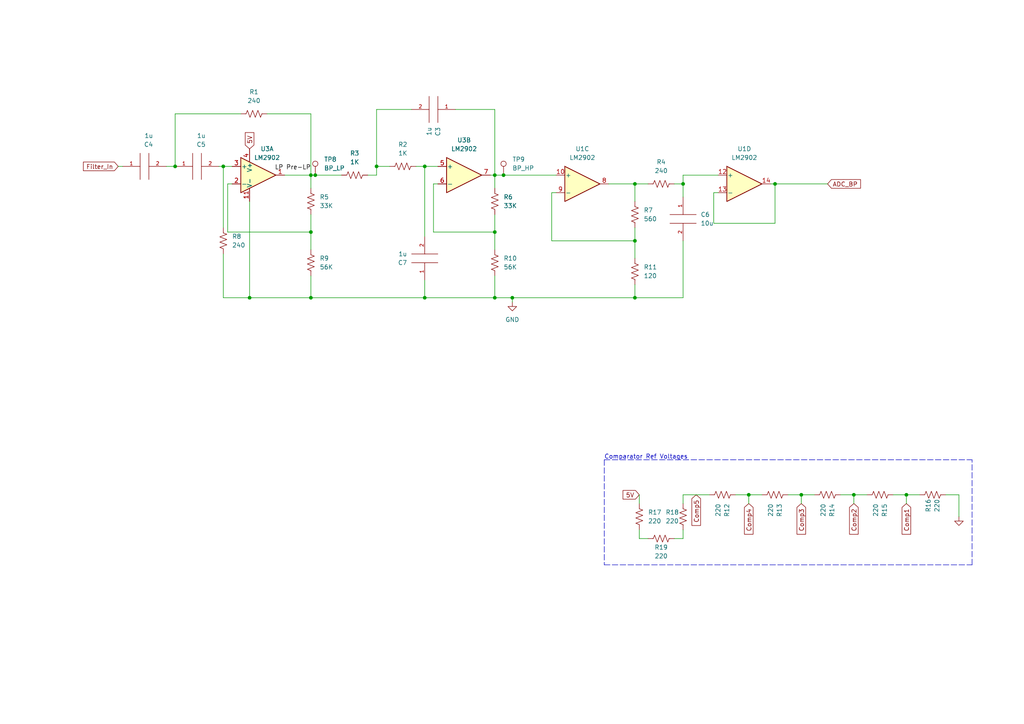
<source format=kicad_sch>
(kicad_sch (version 20211123) (generator eeschema)
  (paper "A4")
  (title_block (title "Band Pass Filter with Bar Graph LEDs"))
  (lib_symbols
    (symbol "Amplifier_Operational:LM2902" (pin_names (offset 0.127))
      (property "Reference" "U" (at 0 5.08 0))
      (property "Value" "LM2902" (at 0 -5.08 0))
      (symbol "LM2902_1_1"
        (polyline (pts (xy -5.08 5.08) (xy 5.08 0) (xy -5.08 -5.08) (xy -5.08 5.08)) (stroke (width 0.254)) (fill (type background)))
        (pin output line (at 7.62 0 180) (length 2.54) (name "~") (number "1"))
        (pin input line (at -7.62 -2.54 0) (length 2.54) (name "-") (number "2"))
        (pin input line (at -7.62 2.54 0) (length 2.54) (name "+") (number "3"))
      )
      (symbol "LM2902_2_1"
        (polyline (pts (xy -5.08 5.08) (xy 5.08 0) (xy -5.08 -5.08) (xy -5.08 5.08)) (stroke (width 0.254)) (fill (type background)))
        (pin input line (at -7.62 2.54 0) (length 2.54) (name "+") (number "5"))
        (pin input line (at -7.62 -2.54 0) (length 2.54) (name "-") (number "6"))
        (pin output line (at 7.62 0 180) (length 2.54) (name "~") (number "7"))
      )
      (symbol "LM2902_3_1"
        (polyline (pts (xy -5.08 5.08) (xy 5.08 0) (xy -5.08 -5.08) (xy -5.08 5.08)) (stroke (width 0.254)) (fill (type background)))
        (pin input line (at -7.62 2.54 0) (length 2.54) (name "+") (number "10"))
        (pin output line (at 7.62 0 180) (length 2.54) (name "~") (number "8"))
        (pin input line (at -7.62 -2.54 0) (length 2.54) (name "-") (number "9"))
      )
      (symbol "LM2902_4_1"
        (polyline (pts (xy -5.08 5.08) (xy 5.08 0) (xy -5.08 -5.08) (xy -5.08 5.08)) (stroke (width 0.254)) (fill (type background)))
        (pin input line (at -7.62 2.54 0) (length 2.54) (name "+") (number "12"))
        (pin input line (at -7.62 -2.54 0) (length 2.54) (name "-") (number "13"))
        (pin output line (at 7.62 0 180) (length 2.54) (name "~") (number "14"))
      )
      (symbol "LM2902_5_1"
        (pin power_in line (at -2.54 -7.62 90) (length 3.81) (name "V-") (number "11"))
        (pin power_in line (at -2.54 7.62 270) (length 3.81) (name "V+") (number "4"))
      )
    )
    (symbol "Connector:TestPoint" (pin_numbers hide) (pin_names (offset 0.762) hide)
      (property "Reference" "TP" (at 0 6.858 0))
      (property "Value" "TestPoint" (at 0 5.08 0))
      (symbol "TestPoint_0_1"
        (circle (center 0 3.302) (radius 0.762))
      )
      (symbol "TestPoint_1_1"
        (pin passive line (at 0 0 90) (length 2.54) (name "1") (number "1"))
      )
    )
    (symbol "Device:R_US" (pin_numbers hide) (pin_names (offset 0))
      (property "Reference" "R" (at 2.54 0 90))
      (property "Value" "R_US" (at -2.54 0 90))
      (symbol "R_US_0_1"
        (polyline (pts (xy 0 -2.286) (xy 0 -2.54)))
        (polyline (pts (xy 0 2.286) (xy 0 2.54)))
        (polyline (pts (xy 0 -0.762) (xy 1.016 -1.143) (xy 0 -1.524) (xy -1.016 -1.905) (xy 0 -2.286)))
        (polyline (pts (xy 0 0.762) (xy 1.016 0.381) (xy 0 0) (xy -1.016 -0.381) (xy 0 -0.762)))
        (polyline (pts (xy 0 2.286) (xy 1.016 1.905) (xy 0 1.524) (xy -1.016 1.143) (xy 0 0.762)))
      )
      (symbol "R_US_1_1"
        (pin passive line (at 0 3.81 270) (length 1.27) (name "~") (number "1"))
        (pin passive line (at 0 -3.81 90) (length 1.27) (name "~") (number "2"))
      )
    )
    (symbol "power:GND" (power) (pin_names (offset 0))
      (property "Value" "GND" (at 0 -3.81 0))
      (symbol "GND_0_1"
        (polyline (pts (xy 0 0) (xy 0 -1.27) (xy 1.27 -1.27) (xy 0 -2.54) (xy -1.27 -1.27) (xy 0 -1.27)))
      )
      (symbol "GND_1_1"
        (pin power_in line (at 0 0 270) (length 0) hide (name "GND") (number "1"))
      )
    )
    (symbol "pspice:C" (pin_names (offset 0.254))
      (property "Reference" "C" (at 2.54 3.81 90))
      (property "Value" "C" (at 2.54 -3.81 90))
      (symbol "C_0_1"
        (polyline (pts (xy -3.81 -1.27) (xy 3.81 -1.27)))
        (polyline (pts (xy -3.81 1.27) (xy 3.81 1.27)))
      )
      (symbol "C_1_1"
        (pin passive line (at 0 6.35 270) (length 5.08) (name "~") (number "1"))
        (pin passive line (at 0 -6.35 90) (length 5.08) (name "~") (number "2"))
      )
    )
  )
  (junction (at 184.15 86.36))
  (junction (at 123.19 48.26))
  (junction (at 143.51 50.8))
  (junction (at 90.17 86.36))
  (junction (at 224.79 53.34))
  (junction (at 143.51 67.31))
  (junction (at 148.59 86.36))
  (junction (at 91.44 50.8))
  (junction (at 64.77 48.26))
  (junction (at 184.15 69.85))
  (junction (at 90.17 67.31))
  (junction (at 72.39 86.36))
  (junction (at 247.65 143.51))
  (junction (at 90.17 50.8))
  (junction (at 143.51 86.36))
  (junction (at 123.19 86.36))
  (junction (at 184.15 53.34))
  (junction (at 232.41 143.51))
  (junction (at 262.89 143.51))
  (junction (at 217.17 143.51))
  (junction (at 198.12 53.34))
  (junction (at 50.8 48.26))
  (junction (at 146.05 50.8))
  (junction (at 109.22 48.26))
  (wire (pts (xy 132.08 31.75) (xy 143.51 31.75)))
  (wire (pts (xy 143.51 67.31) (xy 143.51 72.39)))
  (wire (pts (xy 106.68 50.8) (xy 109.22 50.8)))
  (wire (pts (xy 125.73 67.31) (xy 143.51 67.31)))
  (wire (pts (xy 224.79 53.34) (xy 223.52 53.34)))
  (wire (pts (xy 184.15 53.34) (xy 184.15 58.42)))
  (wire (pts (xy 185.42 143.51) (xy 185.42 146.05)))
  (wire (pts (xy 228.6 143.51) (xy 232.41 143.51)))
  (wire (pts (xy 262.89 143.51) (xy 266.7 143.51)))
  (wire (pts (xy 123.19 48.26) (xy 127 48.26)))
  (wire (pts (xy 90.17 50.8) (xy 91.44 50.8)))
  (wire (pts (xy 160.02 69.85) (xy 184.15 69.85)))
  (wire (pts (xy 69.85 33.02) (xy 50.8 33.02)))
  (wire (pts (xy 262.89 143.51) (xy 262.89 146.05)))
  (wire (pts (xy 184.15 69.85) (xy 184.15 74.93)))
  (wire (pts (xy 208.28 50.8) (xy 198.12 50.8)))
  (wire (pts (xy 259.08 143.51) (xy 262.89 143.51)))
  (wire (pts (xy 176.53 53.34) (xy 184.15 53.34)))
  (wire (pts (xy 184.15 86.36) (xy 198.12 86.36)))
  (wire (pts (xy 90.17 67.31) (xy 90.17 72.39)))
  (wire (pts (xy 91.44 50.8) (xy 99.06 50.8)))
  (wire (pts (xy 207.01 55.88) (xy 207.01 64.77)))
  (wire (pts (xy 247.65 143.51) (xy 247.65 146.05)))
  (wire (pts (xy 123.19 48.26) (xy 123.19 68.58)))
  (polyline (pts (xy 175.26 133.35) (xy 281.94 133.35)))
  (wire (pts (xy 185.42 156.21) (xy 187.96 156.21)))
  (wire (pts (xy 109.22 48.26) (xy 109.22 50.8)))
  (wire (pts (xy 123.19 81.28) (xy 123.19 86.36)))
  (wire (pts (xy 160.02 69.85) (xy 160.02 55.88)))
  (wire (pts (xy 247.65 143.51) (xy 251.46 143.51)))
  (wire (pts (xy 50.8 33.02) (xy 50.8 48.26)))
  (wire (pts (xy 142.24 50.8) (xy 143.51 50.8)))
  (wire (pts (xy 198.12 50.8) (xy 198.12 53.34)))
  (wire (pts (xy 143.51 80.01) (xy 143.51 86.36)))
  (wire (pts (xy 66.04 67.31) (xy 90.17 67.31)))
  (wire (pts (xy 143.51 54.61) (xy 143.51 50.8)))
  (wire (pts (xy 34.29 48.26) (xy 35.56 48.26)))
  (polyline (pts (xy 281.94 163.83) (xy 281.94 133.35)))
  (wire (pts (xy 184.15 66.04) (xy 184.15 69.85)))
  (wire (pts (xy 243.84 143.51) (xy 247.65 143.51)))
  (wire (pts (xy 198.12 53.34) (xy 198.12 57.15)))
  (wire (pts (xy 160.02 55.88) (xy 161.29 55.88)))
  (wire (pts (xy 77.47 33.02) (xy 90.17 33.02)))
  (wire (pts (xy 63.5 48.26) (xy 64.77 48.26)))
  (wire (pts (xy 72.39 86.36) (xy 64.77 86.36)))
  (wire (pts (xy 146.05 50.8) (xy 161.29 50.8)))
  (wire (pts (xy 48.26 48.26) (xy 50.8 48.26)))
  (wire (pts (xy 66.04 53.34) (xy 67.31 53.34)))
  (wire (pts (xy 198.12 156.21) (xy 198.12 153.67)))
  (wire (pts (xy 64.77 48.26) (xy 64.77 66.04)))
  (wire (pts (xy 213.36 143.51) (xy 217.17 143.51)))
  (wire (pts (xy 90.17 62.23) (xy 90.17 67.31)))
  (wire (pts (xy 127 53.34) (xy 125.73 53.34)))
  (wire (pts (xy 109.22 31.75) (xy 109.22 48.26)))
  (wire (pts (xy 66.04 53.34) (xy 66.04 67.31)))
  (wire (pts (xy 109.22 48.26) (xy 113.03 48.26)))
  (wire (pts (xy 195.58 53.34) (xy 198.12 53.34)))
  (wire (pts (xy 198.12 143.51) (xy 198.12 146.05)))
  (wire (pts (xy 232.41 143.51) (xy 236.22 143.51)))
  (wire (pts (xy 217.17 143.51) (xy 217.17 146.05)))
  (wire (pts (xy 72.39 58.42) (xy 72.39 86.36)))
  (wire (pts (xy 82.55 50.8) (xy 90.17 50.8)))
  (wire (pts (xy 208.28 55.88) (xy 207.01 55.88)))
  (wire (pts (xy 224.79 64.77) (xy 224.79 53.34)))
  (wire (pts (xy 143.51 67.31) (xy 143.51 62.23)))
  (wire (pts (xy 148.59 86.36) (xy 148.59 87.63)))
  (wire (pts (xy 184.15 53.34) (xy 187.96 53.34)))
  (wire (pts (xy 217.17 143.51) (xy 220.98 143.51)))
  (wire (pts (xy 72.39 86.36) (xy 90.17 86.36)))
  (polyline (pts (xy 175.26 163.83) (xy 281.94 163.83)))
  (wire (pts (xy 274.32 143.51) (xy 278.13 143.51)))
  (wire (pts (xy 120.65 48.26) (xy 123.19 48.26)))
  (wire (pts (xy 90.17 50.8) (xy 90.17 54.61)))
  (wire (pts (xy 195.58 156.21) (xy 198.12 156.21)))
  (wire (pts (xy 123.19 86.36) (xy 143.51 86.36)))
  (wire (pts (xy 143.51 50.8) (xy 146.05 50.8)))
  (wire (pts (xy 64.77 48.26) (xy 67.31 48.26)))
  (wire (pts (xy 224.79 53.34) (xy 240.03 53.34)))
  (wire (pts (xy 278.13 143.51) (xy 278.13 149.86)))
  (wire (pts (xy 90.17 80.01) (xy 90.17 86.36)))
  (wire (pts (xy 185.42 153.67) (xy 185.42 156.21)))
  (wire (pts (xy 125.73 53.34) (xy 125.73 67.31)))
  (wire (pts (xy 90.17 33.02) (xy 90.17 50.8)))
  (wire (pts (xy 143.51 31.75) (xy 143.51 50.8)))
  (wire (pts (xy 148.59 86.36) (xy 184.15 86.36)))
  (polyline (pts (xy 175.26 133.35) (xy 175.26 163.83)))
  (wire (pts (xy 198.12 143.51) (xy 205.74 143.51)))
  (wire (pts (xy 64.77 73.66) (xy 64.77 86.36)))
  (wire (pts (xy 119.38 31.75) (xy 109.22 31.75)))
  (wire (pts (xy 207.01 64.77) (xy 224.79 64.77)))
  (wire (pts (xy 232.41 143.51) (xy 232.41 146.05)))
  (wire (pts (xy 198.12 69.85) (xy 198.12 86.36)))
  (wire (pts (xy 90.17 86.36) (xy 123.19 86.36)))
  (wire (pts (xy 143.51 86.36) (xy 148.59 86.36)))
  (wire (pts (xy 184.15 82.55) (xy 184.15 86.36)))
  (text "Comparator Ref Voltages" (at 175.26 133.35 0) (effects (font (size 1.27 1.27)) (justify left bottom)))
  (label "LP Pre-LP" (at 90.17 49.53 180))
  (global_label "ADC_BP" (shape input) (at 240.03 53.34 0) (property "Intersheet References" "${INTERSHEET_REFS}" (effects hide)))
  (global_label "5V" (shape input) (at 185.42 143.51 180) (property "Intersheet References" "${INTERSHEET_REFS}" (effects hide)))
  (global_label "5V" (shape input) (at 72.39 43.18 90) (property "Intersheet References" "${INTERSHEET_REFS}" (effects hide)))
  (global_label "Comp2" (shape input) (at 247.65 146.05 270) (property "Intersheet References" "${INTERSHEET_REFS}" (effects hide)))
  (global_label "Comp1" (shape input) (at 262.89 146.05 270) (property "Intersheet References" "${INTERSHEET_REFS}" (effects hide)))
  (global_label "Filter_In" (shape input) (at 34.29 48.26 180) (property "Intersheet References" "${INTERSHEET_REFS}" (effects hide)))
  (global_label "Comp5" (shape input) (at 201.93 143.51 270) (property "Intersheet References" "${INTERSHEET_REFS}" (effects hide)))
  (global_label "Comp3" (shape input) (at 232.41 146.05 270) (property "Intersheet References" "${INTERSHEET_REFS}" (effects hide)))
  (global_label "Comp4" (shape input) (at 217.17 146.05 270) (property "Intersheet References" "${INTERSHEET_REFS}" (effects hide)))
  (symbol (lib_id "Device:R_US") (at 90.17 76.2 180) (unit 1)
    (property "Reference" "R9" (at 92.71 74.9299 0) (effects (justify right)))
    (property "Value" "56K" (at 92.71 77.4699 0) (effects (justify right)))
    (property "Footprint" "Resistor_SMD:R_0805_2012Metric_Pad1.20x1.40mm_HandSolder" (effects hide))
  )
  (symbol (lib_id "Amplifier_Operational:LM2902") (at 168.91 53.34 0) (unit 3)
    (property "Reference" "U1" (at 168.91 43.18 0))
    (property "Value" "LM2902" (at 168.91 45.72 0))
    (property "Footprint" "Package_DIP:DIP-14_W7.62mm" (effects hide))
    (property "Datasheet" "http://www.ti.com/lit/ds/symlink/lm2902-n.pdf" (effects hide))
  )
  (symbol (lib_id "Amplifier_Operational:LM2902") (at 74.93 50.8 0) (unit 1)
    (property "Reference" "U3" (at 77.47 43.18 0))
    (property "Value" "LM2902" (at 77.47 45.72 0))
    (property "Footprint" "Package_DIP:DIP-14_W7.62mm" (effects hide))
    (property "Datasheet" "http://www.ti.com/lit/ds/symlink/lm2902-n.pdf" (effects hide))
  )
  (symbol (lib_id "Amplifier_Operational:LM2902") (at 215.9 53.34 0) (unit 4)
    (property "Reference" "U1" (at 215.9 43.18 0))
    (property "Value" "LM2902" (at 215.9 45.72 0))
    (property "Footprint" "Package_DIP:DIP-14_W7.62mm" (effects hide))
    (property "Datasheet" "http://www.ti.com/lit/ds/symlink/lm2902-n.pdf" (effects hide))
  )
  (symbol (lib_id "Device:R_US") (at 255.27 143.51 90) (unit 1)
    (property "Reference" "R15" (at 256.5401 146.05 0) (effects (justify right)))
    (property "Value" "220" (at 254.0001 146.05 0) (effects (justify right)))
    (property "Footprint" "Resistor_SMD:R_0805_2012Metric_Pad1.20x1.40mm_HandSolder" (effects hide))
  )
  (symbol (lib_id "Device:R_US") (at 143.51 58.42 180) (unit 1)
    (property "Reference" "R6" (at 146.05 57.1499 0) (effects (justify right)))
    (property "Value" "33K" (at 146.05 59.6899 0) (effects (justify right)))
    (property "Footprint" "Resistor_SMD:R_0805_2012Metric_Pad1.20x1.40mm_HandSolder" (effects hide))
  )
  (symbol (lib_id "Device:R_US") (at 270.51 143.51 270) (unit 1)
    (property "Reference" "R16" (at 269.24 148.59 0) (effects (justify right)))
    (property "Value" "220" (at 271.78 148.59 0) (effects (justify right)))
    (property "Footprint" "Resistor_SMD:R_0805_2012Metric_Pad1.20x1.40mm_HandSolder" (effects hide))
  )
  (symbol (lib_id "Device:R_US") (at 240.03 143.51 90) (unit 1)
    (property "Reference" "R14" (at 241.3001 146.05 0) (effects (justify right)))
    (property "Value" "220" (at 238.7601 146.05 0) (effects (justify right)))
    (property "Footprint" "Resistor_SMD:R_0805_2012Metric_Pad1.20x1.40mm_HandSolder" (effects hide))
  )
  (symbol (lib_id "Device:R_US") (at 185.42 149.86 180) (unit 1)
    (property "Reference" "R17" (at 187.96 148.5899 0) (effects (justify right)))
    (property "Value" "220" (at 187.96 151.1299 0) (effects (justify right)))
    (property "Footprint" "Resistor_SMD:R_0805_2012Metric_Pad1.20x1.40mm_HandSolder" (effects hide))
  )
  (symbol (lib_id "Device:R_US") (at 102.87 50.8 270) (unit 1)
    (property "Reference" "R3" (at 102.87 44.45 90))
    (property "Value" "1K" (at 102.87 46.99 90))
    (property "Footprint" "Resistor_SMD:R_0805_2012Metric_Pad1.20x1.40mm_HandSolder" (effects hide))
  )
  (symbol (lib_id "pspice:C") (at 57.15 48.26 90) (unit 1)
    (property "Reference" "C5" (at 59.69 41.9101 90) (effects (justify left)))
    (property "Value" "1u" (at 59.69 39.3701 90) (effects (justify left)))
    (property "Footprint" "Capacitor_THT:C_Rect_L7.0mm_W4.5mm_P5.00mm" (effects hide))
  )
  (symbol (lib_id "pspice:C") (at 198.12 63.5 0) (unit 1)
    (property "Reference" "C6" (at 203.2 62.23 0) (effects (justify left)))
    (property "Value" "10u" (at 203.2 64.77 0) (effects (justify left)))
    (property "Footprint" "Capacitor_SMD:CP_Elec_5x5.4" (effects hide))
  )
  (symbol (lib_id "Device:R_US") (at 224.79 143.51 90) (unit 1)
    (property "Reference" "R13" (at 226.0601 146.05 0) (effects (justify right)))
    (property "Value" "220" (at 223.5201 146.05 0) (effects (justify right)))
    (property "Footprint" "Resistor_SMD:R_0805_2012Metric_Pad1.20x1.40mm_HandSolder" (effects hide))
  )
  (symbol (lib_id "Device:R_US") (at 73.66 33.02 270) (unit 1)
    (property "Reference" "R1" (at 73.66 26.67 90))
    (property "Value" "240" (at 73.66 29.21 90))
    (property "Footprint" "Resistor_SMD:R_0805_2012Metric_Pad1.20x1.40mm_HandSolder" (effects hide))
  )
  (symbol (lib_id "Device:R_US") (at 184.15 78.74 180) (unit 1)
    (property "Reference" "R11" (at 186.69 77.4699 0) (effects (justify right)))
    (property "Value" "120" (at 186.69 80.0099 0) (effects (justify right)))
    (property "Footprint" "Resistor_SMD:R_0805_2012Metric_Pad1.20x1.40mm_HandSolder" (effects hide))
  )
  (symbol (lib_id "Device:R_US") (at 64.77 69.85 180) (unit 1)
    (property "Reference" "R8" (at 67.31 68.5799 0) (effects (justify right)))
    (property "Value" "240" (at 67.31 71.1199 0) (effects (justify right)))
    (property "Footprint" "Resistor_SMD:R_0805_2012Metric_Pad1.20x1.40mm_HandSolder" (effects hide))
  )
  (symbol (lib_id "Device:R_US") (at 191.77 53.34 90) (unit 1)
    (property "Reference" "R4" (at 191.77 46.99 90))
    (property "Value" "240" (at 191.77 49.53 90))
    (property "Footprint" "Resistor_SMD:R_0805_2012Metric_Pad1.20x1.40mm_HandSolder" (effects hide))
  )
  (symbol (lib_id "Device:R_US") (at 209.55 143.51 90) (unit 1)
    (property "Reference" "R12" (at 210.8201 146.05 0) (effects (justify right)))
    (property "Value" "220" (at 208.2801 146.05 0) (effects (justify right)))
    (property "Footprint" "Resistor_SMD:R_0805_2012Metric_Pad1.20x1.40mm_HandSolder" (effects hide))
  )
  (symbol (lib_id "Amplifier_Operational:LM2902") (at 134.62 50.8 0) (unit 2)
    (property "Reference" "U3" (at 134.62 40.64 0))
    (property "Value" "LM2902" (at 134.62 43.18 0))
    (property "Footprint" "Package_DIP:DIP-14_W7.62mm" (effects hide))
    (property "Datasheet" "http://www.ti.com/lit/ds/symlink/lm2902-n.pdf" (effects hide))
  )
  (symbol (lib_id "Connector:TestPoint") (at 91.44 50.8 0) (unit 1)
    (property "Reference" "TP8" (at 93.98 46.2279 0) (effects (justify left)))
    (property "Value" "BP_LP" (at 93.98 48.7679 0) (effects (justify left)))
    (property "Footprint" "TestPoint:TestPoint_THTPad_1.5x1.5mm_Drill0.7mm" (effects hide))
  )
  (symbol (lib_id "Device:R_US") (at 90.17 58.42 180) (unit 1)
    (property "Reference" "R5" (at 92.71 57.1499 0) (effects (justify right)))
    (property "Value" "33K" (at 92.71 59.6899 0) (effects (justify right)))
    (property "Footprint" "Resistor_SMD:R_0805_2012Metric_Pad1.20x1.40mm_HandSolder" (effects hide))
  )
  (symbol (lib_id "pspice:C") (at 123.19 74.93 180) (unit 1)
    (property "Reference" "C7" (at 118.11 76.2001 0) (effects (justify left)))
    (property "Value" "1u" (at 118.11 73.6601 0) (effects (justify left)))
    (property "Footprint" "Capacitor_THT:C_Rect_L7.0mm_W4.5mm_P5.00mm" (effects hide))
  )
  (symbol (lib_id "Amplifier_Operational:LM2902") (at 74.93 50.8 0) (unit 5)
    (property "Reference" "U3" (effects hide))
    (property "Value" "LM2902" (effects hide))
    (property "Footprint" "Package_DIP:DIP-14_W7.62mm" (effects hide))
    (property "Datasheet" "http://www.ti.com/lit/ds/symlink/lm2902-n.pdf" (effects hide))
  )
  (symbol (lib_id "Device:R_US") (at 184.15 62.23 180) (unit 1)
    (property "Reference" "R7" (at 186.69 60.9599 0) (effects (justify right)))
    (property "Value" "560" (at 186.69 63.4999 0) (effects (justify right)))
    (property "Footprint" "Resistor_SMD:R_0805_2012Metric_Pad1.20x1.40mm_HandSolder" (effects hide))
  )
  (symbol (lib_id "Device:R_US") (at 191.77 156.21 270) (unit 1)
    (property "Reference" "R19" (at 191.77 158.75 90))
    (property "Value" "220" (at 191.77 161.29 90))
    (property "Footprint" "Resistor_SMD:R_0805_2012Metric_Pad1.20x1.40mm_HandSolder" (effects hide))
  )
  (symbol (lib_id "pspice:C") (at 41.91 48.26 90) (unit 1)
    (property "Reference" "C4" (at 44.45 41.9101 90) (effects (justify left)))
    (property "Value" "1u" (at 44.45 39.3701 90) (effects (justify left)))
    (property "Footprint" "Capacitor_THT:C_Rect_L7.0mm_W4.5mm_P5.00mm" (effects hide))
  )
  (symbol (lib_id "Device:R_US") (at 116.84 48.26 270) (unit 1)
    (property "Reference" "R2" (at 116.84 41.91 90))
    (property "Value" "1K" (at 116.84 44.45 90))
    (property "Footprint" "Resistor_SMD:R_0805_2012Metric_Pad1.20x1.40mm_HandSolder" (effects hide))
  )
  (symbol (lib_id "Device:R_US") (at 143.51 76.2 180) (unit 1)
    (property "Reference" "R10" (at 146.05 74.9299 0) (effects (justify right)))
    (property "Value" "56K" (at 146.05 77.4699 0) (effects (justify right)))
    (property "Footprint" "Resistor_SMD:R_0805_2012Metric_Pad1.20x1.40mm_HandSolder" (effects hide))
  )
  (symbol (lib_id "power:GND") (at 148.59 87.63 0) (unit 1)
    (property "Reference" "#PWR013" (effects hide))
    (property "Value" "GND" (at 148.59 92.71 0))
  )
  (symbol (lib_id "Connector:TestPoint") (at 146.05 50.8 0) (unit 1)
    (property "Reference" "TP9" (at 148.59 46.2279 0) (effects (justify left)))
    (property "Value" "BP_HP" (at 148.59 48.7679 0) (effects (justify left)))
    (property "Footprint" "TestPoint:TestPoint_THTPad_1.5x1.5mm_Drill0.7mm" (effects hide))
  )
  (symbol (lib_id "Device:R_US") (at 198.12 149.86 180) (unit 1)
    (property "Reference" "R18" (at 193.04 148.59 0) (effects (justify right)))
    (property "Value" "220" (at 193.04 151.13 0) (effects (justify right)))
    (property "Footprint" "Resistor_SMD:R_0805_2012Metric_Pad1.20x1.40mm_HandSolder" (effects hide))
  )
  (symbol (lib_id "power:GND") (at 278.13 149.86 0) (unit 1)
    (property "Reference" "#PWR014" (effects hide))
    (property "Value" "GND" (effects hide))
  )
  (symbol (lib_id "pspice:C") (at 125.73 31.75 270) (unit 1)
    (property "Reference" "C3" (at 127.0001 36.83 0) (effects (justify left)))
    (property "Value" "1u" (at 124.4601 36.83 0) (effects (justify left)))
    (property "Footprint" "Capacitor_THT:C_Rect_L7.0mm_W4.5mm_P5.00mm" (effects hide))
  )
)
</source>
